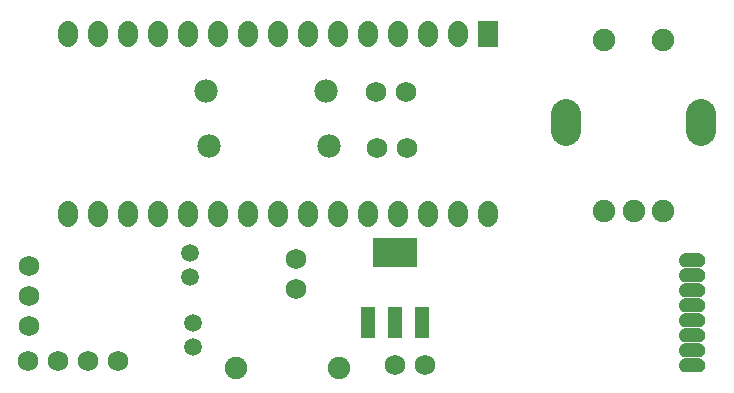
<source format=gts>
G04 Layer: TopSolderMaskLayer*
G04 EasyEDA v6.4.31, 2022-02-21 16:35:37*
G04 86a35107d0e148c68cbe8ff221d4d82a,63e7e6c6506342ae886175fa881d857f,10*
G04 Gerber Generator version 0.2*
G04 Scale: 100 percent, Rotated: No, Reflected: No *
G04 Dimensions in millimeters *
G04 leading zeros omitted , absolute positions ,4 integer and 5 decimal *
%FSLAX45Y45*%
%MOMM*%

%ADD30C,2.5016*%
%ADD31C,1.7272*%
%ADD32C,1.5032*%
%ADD33C,1.9016*%
%ADD34C,1.7526*%
%ADD35C,1.9812*%

%LPD*%
D30*
X10859998Y-3435606D02*
G01*
X10859998Y-3575606D01*
X12000001Y-3435606D02*
G01*
X12000001Y-3575606D01*
D31*
X9944100Y-2730500D02*
G01*
X9944100Y-2781300D01*
X9690100Y-2730500D02*
G01*
X9690100Y-2781300D01*
X9436100Y-2730500D02*
G01*
X9436100Y-2781300D01*
X9182100Y-2730500D02*
G01*
X9182100Y-2781300D01*
X8928100Y-2730500D02*
G01*
X8928100Y-2781300D01*
X8674100Y-2730500D02*
G01*
X8674100Y-2781300D01*
X8420100Y-2730500D02*
G01*
X8420100Y-2781300D01*
X8166100Y-2730500D02*
G01*
X8166100Y-2781300D01*
X7912100Y-2730500D02*
G01*
X7912100Y-2781300D01*
X7658100Y-2730500D02*
G01*
X7658100Y-2781300D01*
X7404100Y-2730500D02*
G01*
X7404100Y-2781300D01*
X7150100Y-2730500D02*
G01*
X7150100Y-2781300D01*
X6896100Y-2730500D02*
G01*
X6896100Y-2781300D01*
X6642100Y-2730500D02*
G01*
X6642100Y-2781300D01*
X6642100Y-4254500D02*
G01*
X6642100Y-4305300D01*
X6896100Y-4254500D02*
G01*
X6896100Y-4305300D01*
X7150100Y-4254500D02*
G01*
X7150100Y-4305300D01*
X7404100Y-4254500D02*
G01*
X7404100Y-4305300D01*
X7658100Y-4254500D02*
G01*
X7658100Y-4305300D01*
X7912100Y-4254500D02*
G01*
X7912100Y-4305300D01*
X8166100Y-4254500D02*
G01*
X8166100Y-4305300D01*
X8420100Y-4254500D02*
G01*
X8420100Y-4305300D01*
X8674100Y-4254500D02*
G01*
X8674100Y-4305300D01*
X8928100Y-4254500D02*
G01*
X8928100Y-4305300D01*
X9182100Y-4254500D02*
G01*
X9182100Y-4305300D01*
X9436100Y-4254500D02*
G01*
X9436100Y-4305300D01*
X9690100Y-4254500D02*
G01*
X9690100Y-4305300D01*
X9944100Y-4254500D02*
G01*
X9944100Y-4305300D01*
X10198100Y-4254500D02*
G01*
X10198100Y-4305300D01*
G01*
X9410700Y-5562600D03*
G01*
X9664700Y-5562600D03*
G01*
X8572500Y-4914900D03*
G01*
X8572500Y-4660900D03*
D32*
G01*
X7670800Y-4811699D03*
G01*
X7670800Y-4611700D03*
G01*
X7696200Y-5408599D03*
G01*
X7696200Y-5208600D03*
D33*
G01*
X8061299Y-5588000D03*
G01*
X8931300Y-5588000D03*
D34*
G01*
X9245600Y-3251200D03*
G01*
X9499600Y-3251200D03*
G01*
X9258300Y-3721100D03*
G01*
X9512300Y-3721100D03*
D35*
G01*
X8826500Y-3238500D03*
G01*
X7810500Y-3238500D03*
G01*
X8851900Y-3708400D03*
G01*
X7835900Y-3708400D03*
D33*
G01*
X11180013Y-2805607D03*
G01*
X11680012Y-2805607D03*
G01*
X11180013Y-4255592D03*
G01*
X11430000Y-4255592D03*
G01*
X11680012Y-4255592D03*
G36*
X10111740Y-2867660D02*
G01*
X10111740Y-2644139D01*
X10284459Y-2644139D01*
X10284459Y-2867660D01*
G37*
G36*
X9120631Y-5329173D02*
G01*
X9120631Y-5069078D01*
X9240774Y-5069078D01*
X9240774Y-5329173D01*
G37*
G36*
X9350502Y-5329173D02*
G01*
X9350502Y-5069078D01*
X9470897Y-5069078D01*
X9470897Y-5329173D01*
G37*
G36*
X9580625Y-5329173D02*
G01*
X9580625Y-5069078D01*
X9700768Y-5069078D01*
X9700768Y-5329173D01*
G37*
G36*
X9225534Y-4727194D02*
G01*
X9225534Y-4483100D01*
X9595865Y-4483100D01*
X9595865Y-4727194D01*
G37*
G36*
X11874245Y-4734560D02*
G01*
X11866879Y-4734052D01*
X11859259Y-4732781D01*
X11852147Y-4730242D01*
X11845036Y-4726939D01*
X11838686Y-4722876D01*
X11832843Y-4718050D01*
X11827509Y-4712462D01*
X11822938Y-4706365D01*
X11819381Y-4699507D01*
X11816588Y-4692395D01*
X11814556Y-4685029D01*
X11813540Y-4677410D01*
X11813540Y-4669789D01*
X11814556Y-4662170D01*
X11816588Y-4654804D01*
X11819381Y-4647692D01*
X11822938Y-4640834D01*
X11827509Y-4634737D01*
X11832843Y-4629150D01*
X11838686Y-4624323D01*
X11845036Y-4620260D01*
X11852147Y-4616957D01*
X11859259Y-4614418D01*
X11866879Y-4613147D01*
X11874245Y-4612639D01*
X11976354Y-4612639D01*
X11983720Y-4613147D01*
X11991340Y-4614418D01*
X11998452Y-4616957D01*
X12005563Y-4620260D01*
X12011913Y-4624323D01*
X12017756Y-4629150D01*
X12023090Y-4634737D01*
X12027661Y-4640834D01*
X12031218Y-4647692D01*
X12034011Y-4654804D01*
X12036043Y-4662170D01*
X12037059Y-4669789D01*
X12037059Y-4677410D01*
X12036043Y-4685029D01*
X12034011Y-4692395D01*
X12031218Y-4699507D01*
X12027661Y-4706365D01*
X12023090Y-4712462D01*
X12017756Y-4718050D01*
X12011913Y-4722876D01*
X12005563Y-4726939D01*
X11998452Y-4730242D01*
X11991340Y-4732781D01*
X11983720Y-4734052D01*
X11976354Y-4734560D01*
G37*
G36*
X11874245Y-4861560D02*
G01*
X11866879Y-4861052D01*
X11859259Y-4859781D01*
X11852147Y-4857242D01*
X11845036Y-4853939D01*
X11838686Y-4849876D01*
X11832843Y-4845050D01*
X11827509Y-4839462D01*
X11822938Y-4833365D01*
X11819381Y-4826507D01*
X11816588Y-4819395D01*
X11814556Y-4812029D01*
X11813540Y-4804410D01*
X11813540Y-4796789D01*
X11814556Y-4789170D01*
X11816588Y-4781804D01*
X11819381Y-4774692D01*
X11822938Y-4767834D01*
X11827509Y-4761737D01*
X11832843Y-4756150D01*
X11838686Y-4751323D01*
X11845036Y-4747260D01*
X11852147Y-4743957D01*
X11859259Y-4741418D01*
X11866879Y-4740147D01*
X11874245Y-4739639D01*
X11976354Y-4739639D01*
X11983720Y-4740147D01*
X11991340Y-4741418D01*
X11998452Y-4743957D01*
X12005563Y-4747260D01*
X12011913Y-4751323D01*
X12017756Y-4756150D01*
X12023090Y-4761737D01*
X12027661Y-4767834D01*
X12031218Y-4774692D01*
X12034011Y-4781804D01*
X12036043Y-4789170D01*
X12037059Y-4796789D01*
X12037059Y-4804410D01*
X12036043Y-4812029D01*
X12034011Y-4819395D01*
X12031218Y-4826507D01*
X12027661Y-4833365D01*
X12023090Y-4839462D01*
X12017756Y-4845050D01*
X12011913Y-4849876D01*
X12005563Y-4853939D01*
X11998452Y-4857242D01*
X11991340Y-4859781D01*
X11983720Y-4861052D01*
X11976354Y-4861560D01*
G37*
G36*
X11874245Y-4988560D02*
G01*
X11866879Y-4988052D01*
X11859259Y-4986781D01*
X11852147Y-4984242D01*
X11845036Y-4980939D01*
X11838686Y-4976876D01*
X11832843Y-4972050D01*
X11827509Y-4966462D01*
X11822938Y-4960365D01*
X11819381Y-4953507D01*
X11816588Y-4946395D01*
X11814556Y-4939029D01*
X11813540Y-4931410D01*
X11813540Y-4923789D01*
X11814556Y-4916170D01*
X11816588Y-4908804D01*
X11819381Y-4901692D01*
X11822938Y-4894834D01*
X11827509Y-4888737D01*
X11832843Y-4883150D01*
X11838686Y-4878323D01*
X11845036Y-4874260D01*
X11852147Y-4870957D01*
X11859259Y-4868418D01*
X11866879Y-4867147D01*
X11874245Y-4866639D01*
X11976354Y-4866639D01*
X11983720Y-4867147D01*
X11991340Y-4868418D01*
X11998452Y-4870957D01*
X12005563Y-4874260D01*
X12011913Y-4878323D01*
X12017756Y-4883150D01*
X12023090Y-4888737D01*
X12027661Y-4894834D01*
X12031218Y-4901692D01*
X12034011Y-4908804D01*
X12036043Y-4916170D01*
X12037059Y-4923789D01*
X12037059Y-4931410D01*
X12036043Y-4939029D01*
X12034011Y-4946395D01*
X12031218Y-4953507D01*
X12027661Y-4960365D01*
X12023090Y-4966462D01*
X12017756Y-4972050D01*
X12011913Y-4976876D01*
X12005563Y-4980939D01*
X11998452Y-4984242D01*
X11991340Y-4986781D01*
X11983720Y-4988052D01*
X11976354Y-4988560D01*
G37*
G36*
X11874245Y-5115560D02*
G01*
X11866879Y-5115052D01*
X11859259Y-5113781D01*
X11852147Y-5111242D01*
X11845036Y-5107939D01*
X11838686Y-5103876D01*
X11832843Y-5099050D01*
X11827509Y-5093462D01*
X11822938Y-5087365D01*
X11819381Y-5080507D01*
X11816588Y-5073395D01*
X11814556Y-5066029D01*
X11813540Y-5058410D01*
X11813540Y-5050789D01*
X11814556Y-5043170D01*
X11816588Y-5035804D01*
X11819381Y-5028692D01*
X11822938Y-5021834D01*
X11827509Y-5015737D01*
X11832843Y-5010150D01*
X11838686Y-5005323D01*
X11845036Y-5001260D01*
X11852147Y-4997957D01*
X11859259Y-4995418D01*
X11866879Y-4994147D01*
X11874245Y-4993639D01*
X11976354Y-4993639D01*
X11983720Y-4994147D01*
X11991340Y-4995418D01*
X11998452Y-4997957D01*
X12005563Y-5001260D01*
X12011913Y-5005323D01*
X12017756Y-5010150D01*
X12023090Y-5015737D01*
X12027661Y-5021834D01*
X12031218Y-5028692D01*
X12034011Y-5035804D01*
X12036043Y-5043170D01*
X12037059Y-5050789D01*
X12037059Y-5058410D01*
X12036043Y-5066029D01*
X12034011Y-5073395D01*
X12031218Y-5080507D01*
X12027661Y-5087365D01*
X12023090Y-5093462D01*
X12017756Y-5099050D01*
X12011913Y-5103876D01*
X12005563Y-5107939D01*
X11998452Y-5111242D01*
X11991340Y-5113781D01*
X11983720Y-5115052D01*
X11976354Y-5115560D01*
G37*
G36*
X11874245Y-5242560D02*
G01*
X11866879Y-5242052D01*
X11859259Y-5240781D01*
X11852147Y-5238242D01*
X11845036Y-5234939D01*
X11838686Y-5230876D01*
X11832843Y-5226050D01*
X11827509Y-5220462D01*
X11822938Y-5214365D01*
X11819381Y-5207507D01*
X11816588Y-5200395D01*
X11814556Y-5193029D01*
X11813540Y-5185410D01*
X11813540Y-5177789D01*
X11814556Y-5170170D01*
X11816588Y-5162804D01*
X11819381Y-5155692D01*
X11822938Y-5148834D01*
X11827509Y-5142737D01*
X11832843Y-5137150D01*
X11838686Y-5132323D01*
X11845036Y-5128260D01*
X11852147Y-5124957D01*
X11859259Y-5122418D01*
X11866879Y-5121147D01*
X11874245Y-5120639D01*
X11976354Y-5120639D01*
X11983720Y-5121147D01*
X11991340Y-5122418D01*
X11998452Y-5124957D01*
X12005563Y-5128260D01*
X12011913Y-5132323D01*
X12017756Y-5137150D01*
X12023090Y-5142737D01*
X12027661Y-5148834D01*
X12031218Y-5155692D01*
X12034011Y-5162804D01*
X12036043Y-5170170D01*
X12037059Y-5177789D01*
X12037059Y-5185410D01*
X12036043Y-5193029D01*
X12034011Y-5200395D01*
X12031218Y-5207507D01*
X12027661Y-5214365D01*
X12023090Y-5220462D01*
X12017756Y-5226050D01*
X12011913Y-5230876D01*
X12005563Y-5234939D01*
X11998452Y-5238242D01*
X11991340Y-5240781D01*
X11983720Y-5242052D01*
X11976354Y-5242560D01*
G37*
G36*
X11874245Y-5369560D02*
G01*
X11866879Y-5369052D01*
X11859259Y-5367781D01*
X11852147Y-5365242D01*
X11845036Y-5361939D01*
X11838686Y-5357876D01*
X11832843Y-5353050D01*
X11827509Y-5347462D01*
X11822938Y-5341365D01*
X11819381Y-5334507D01*
X11816588Y-5327395D01*
X11814556Y-5320029D01*
X11813540Y-5312410D01*
X11813540Y-5304789D01*
X11814556Y-5297170D01*
X11816588Y-5289804D01*
X11819381Y-5282692D01*
X11822938Y-5275834D01*
X11827509Y-5269737D01*
X11832843Y-5264150D01*
X11838686Y-5259323D01*
X11845036Y-5255260D01*
X11852147Y-5251957D01*
X11859259Y-5249418D01*
X11866879Y-5248147D01*
X11874245Y-5247639D01*
X11976354Y-5247639D01*
X11983720Y-5248147D01*
X11991340Y-5249418D01*
X11998452Y-5251957D01*
X12005563Y-5255260D01*
X12011913Y-5259323D01*
X12017756Y-5264150D01*
X12023090Y-5269737D01*
X12027661Y-5275834D01*
X12031218Y-5282692D01*
X12034011Y-5289804D01*
X12036043Y-5297170D01*
X12037059Y-5304789D01*
X12037059Y-5312410D01*
X12036043Y-5320029D01*
X12034011Y-5327395D01*
X12031218Y-5334507D01*
X12027661Y-5341365D01*
X12023090Y-5347462D01*
X12017756Y-5353050D01*
X12011913Y-5357876D01*
X12005563Y-5361939D01*
X11998452Y-5365242D01*
X11991340Y-5367781D01*
X11983720Y-5369052D01*
X11976354Y-5369560D01*
G37*
G36*
X11874245Y-5496560D02*
G01*
X11866879Y-5496052D01*
X11859259Y-5494781D01*
X11852147Y-5492242D01*
X11845036Y-5488939D01*
X11838686Y-5484876D01*
X11832843Y-5480050D01*
X11827509Y-5474462D01*
X11822938Y-5468365D01*
X11819381Y-5461507D01*
X11816588Y-5454395D01*
X11814556Y-5447029D01*
X11813540Y-5439410D01*
X11813540Y-5431789D01*
X11814556Y-5424170D01*
X11816588Y-5416804D01*
X11819381Y-5409692D01*
X11822938Y-5402834D01*
X11827509Y-5396737D01*
X11832843Y-5391150D01*
X11838686Y-5386323D01*
X11845036Y-5382260D01*
X11852147Y-5378957D01*
X11859259Y-5376418D01*
X11866879Y-5375147D01*
X11874245Y-5374639D01*
X11976354Y-5374639D01*
X11983720Y-5375147D01*
X11991340Y-5376418D01*
X11998452Y-5378957D01*
X12005563Y-5382260D01*
X12011913Y-5386323D01*
X12017756Y-5391150D01*
X12023090Y-5396737D01*
X12027661Y-5402834D01*
X12031218Y-5409692D01*
X12034011Y-5416804D01*
X12036043Y-5424170D01*
X12037059Y-5431789D01*
X12037059Y-5439410D01*
X12036043Y-5447029D01*
X12034011Y-5454395D01*
X12031218Y-5461507D01*
X12027661Y-5468365D01*
X12023090Y-5474462D01*
X12017756Y-5480050D01*
X12011913Y-5484876D01*
X12005563Y-5488939D01*
X11998452Y-5492242D01*
X11991340Y-5494781D01*
X11983720Y-5496052D01*
X11976354Y-5496560D01*
G37*
G36*
X11874245Y-5623560D02*
G01*
X11866879Y-5623052D01*
X11859259Y-5621781D01*
X11852147Y-5619242D01*
X11845036Y-5615939D01*
X11838686Y-5611876D01*
X11832843Y-5607050D01*
X11827509Y-5601462D01*
X11822938Y-5595365D01*
X11819381Y-5588507D01*
X11816588Y-5581395D01*
X11814556Y-5574029D01*
X11813540Y-5566410D01*
X11813540Y-5558789D01*
X11814556Y-5551170D01*
X11816588Y-5543804D01*
X11819381Y-5536692D01*
X11822938Y-5529834D01*
X11827509Y-5523737D01*
X11832843Y-5518150D01*
X11838686Y-5513323D01*
X11845036Y-5509260D01*
X11852147Y-5505957D01*
X11859259Y-5503418D01*
X11866879Y-5502147D01*
X11874245Y-5501639D01*
X11976354Y-5501639D01*
X11983720Y-5502147D01*
X11991340Y-5503418D01*
X11998452Y-5505957D01*
X12005563Y-5509260D01*
X12011913Y-5513323D01*
X12017756Y-5518150D01*
X12023090Y-5523737D01*
X12027661Y-5529834D01*
X12031218Y-5536692D01*
X12034011Y-5543804D01*
X12036043Y-5551170D01*
X12037059Y-5558789D01*
X12037059Y-5566410D01*
X12036043Y-5574029D01*
X12034011Y-5581395D01*
X12031218Y-5588507D01*
X12027661Y-5595365D01*
X12023090Y-5601462D01*
X12017756Y-5607050D01*
X12011913Y-5611876D01*
X12005563Y-5615939D01*
X11998452Y-5619242D01*
X11991340Y-5621781D01*
X11983720Y-5623052D01*
X11976354Y-5623560D01*
G37*
D31*
G01*
X7061200Y-5524500D03*
G01*
X6807200Y-5524500D03*
G01*
X6553200Y-5524500D03*
G01*
X6299200Y-5524500D03*
G01*
X6311900Y-4978400D03*
G01*
X6311900Y-5232400D03*
G01*
X6311900Y-4724400D03*
M02*

</source>
